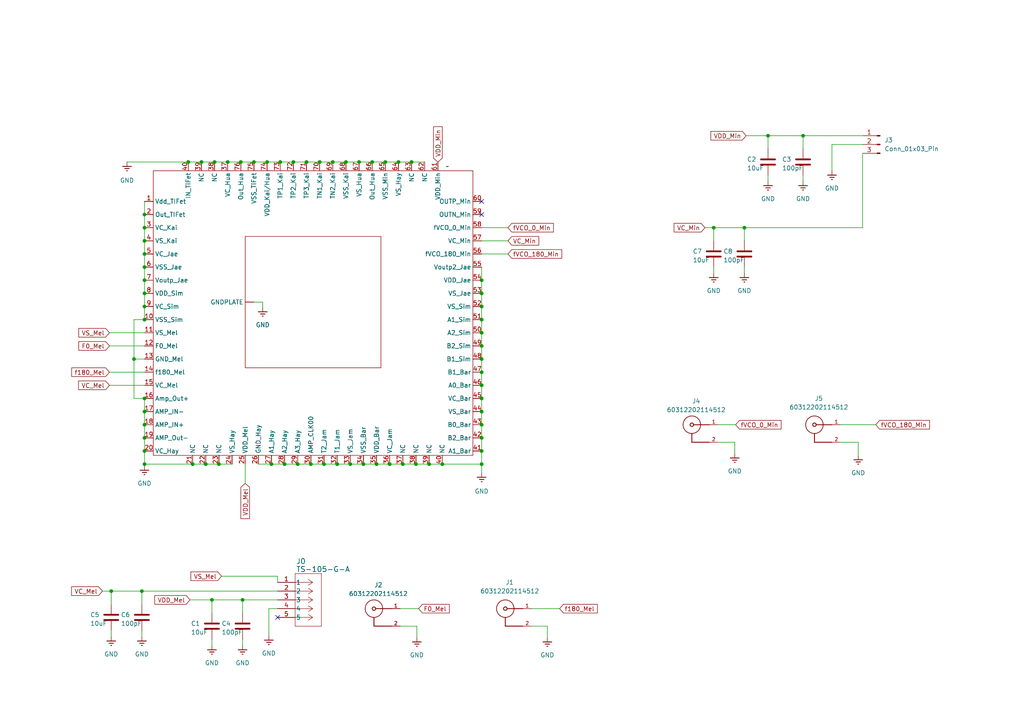
<source format=kicad_sch>
(kicad_sch (version 20231120) (generator "eeschema") (generator_version "8.0")
  (paper "A4")
  (lib_symbols
    (symbol "Connector:Conn_01x03_Pin" (pin_names (offset 1.016) hide)
      (property "Reference" "J" (at 0 5.08 0))
      (property "Value" "Conn_01x03_Pin" (at 0 -5.08 0))
      (symbol "Conn_01x03_Pin_1_1"
        (polyline (pts (xy 1.27 -2.54) (xy 0.8636 -2.54)) (stroke (width 0.1524)))
        (polyline (pts (xy 1.27 0) (xy 0.8636 0)) (stroke (width 0.1524)))
        (polyline (pts (xy 1.27 2.54) (xy 0.8636 2.54)) (stroke (width 0.1524)))
        (rectangle (start 0.8636 -2.413) (end 0 -2.667) (stroke (width 0.1524)) (fill (type outline)))
        (rectangle (start 0.8636 0.127) (end 0 -0.127) (stroke (width 0.1524)) (fill (type outline)))
        (rectangle (start 0.8636 2.667) (end 0 2.413) (stroke (width 0.1524)) (fill (type outline)))
        (pin passive line (at 5.08 2.54 180) (length 3.81) (name "Pin_1") (number "1"))
        (pin passive line (at 5.08 0 180) (length 3.81) (name "Pin_2") (number "2"))
        (pin passive line (at 5.08 -2.54 180) (length 3.81) (name "Pin_3") (number "3"))
      )
    )
    (symbol "Device:C" (pin_numbers hide) (pin_names (offset 0.254))
      (property "Reference" "C" (at 0.635 2.54 0))
      (property "Value" "C" (at 0.635 -2.54 0))
      (symbol "C_0_1"
        (polyline (pts (xy -2.032 -0.762) (xy 2.032 -0.762)) (stroke (width 0.508)))
        (polyline (pts (xy -2.032 0.762) (xy 2.032 0.762)) (stroke (width 0.508)))
      )
      (symbol "C_1_1"
        (pin passive line (at 0 3.81 270) (length 2.794) (name "~") (number "1"))
        (pin passive line (at 0 -3.81 90) (length 2.794) (name "~") (number "2"))
      )
    )
    (symbol "Device_Symbol:GND" (power) (pin_names (offset 0))
      (property "Value" "GND" (at 0 -3.81 0))
      (symbol "GND_0_1"
        (polyline (pts (xy -0.635 -1.905) (xy 0.635 -1.905)) (stroke (width 0.254)))
        (polyline (pts (xy -0.127 -2.54) (xy 0.127 -2.54)) (stroke (width 0.254)))
        (polyline (pts (xy 0 -1.27) (xy 0 0)))
        (polyline (pts (xy 1.27 -1.27) (xy -1.27 -1.27)) (stroke (width 0.254)))
      )
      (symbol "GND_1_1"
        (pin power_in line (at 0 0 270) (length 0) hide (name "GNDREF") (number "1"))
      )
    )
    (symbol "lib:60312202114512" (pin_names (offset 1.016))
      (property "Reference" "J" (at 0 3.556 0))
      (property "Value" "60312202114512" (at 0 -8.128 0))
      (symbol "60312202114512_0_0"
        (polyline (pts (xy 0 -5.08) (xy 5.08 -5.08)) (stroke (width 0.254)))
        (polyline (pts (xy 0 -2.54) (xy 0 -5.08)) (stroke (width 0.254)))
        (polyline (pts (xy 5.08 0) (xy 0.54 0)) (stroke (width 0.254)))
        (circle (center 0 0) (radius 0.5) (stroke (width 0.254)))
        (circle (center 0 0) (radius 2.54) (stroke (width 0.2)))
        (pin passive line (at 7.62 0 180) (length 2.54) (name "~") (number "1"))
        (pin passive line (at 7.62 -5.08 180) (length 2.54) (name "~") (number "2"))
      )
    )
    (symbol "lib:QFN80"
      (property "Reference" "EE599" (at 0 0 0))
      (symbol "QFN80_0_1"
        (rectangle (start -40.64 44.45) (end 52.07 -38.1))
        (rectangle (start -13.97 25.4) (end 25.4 -12.7))
      )
      (symbol "QFN80_1_1"
        (pin input line (at -11.43 6.35 180) (length 2.54) (name "GNDPLATE") (number ""))
        (pin input line (at -43.18 35.56 0) (length 2.54) (name "Vdd_TIFet") (number "1"))
        (pin input line (at -43.18 1.27 0) (length 2.54) (name "VSS_Sim") (number "10"))
        (pin input line (at -43.18 -2.54 0) (length 2.54) (name "VS_Mel") (number "11"))
        (pin input line (at -43.18 -6.35 0) (length 2.54) (name "F0_Mel") (number "12"))
        (pin input line (at -43.18 -10.16 0) (length 2.54) (name "GND_Mel") (number "13"))
        (pin input line (at -43.18 -13.97 0) (length 2.54) (name "f180_Mel") (number "14"))
        (pin input line (at -43.18 -17.78 0) (length 2.54) (name "VC_Mel") (number "15"))
        (pin input line (at -43.18 -21.59 0) (length 2.54) (name "Amp_Out+") (number "16"))
        (pin input line (at -43.18 -25.4 0) (length 2.54) (name "AMP_IN-") (number "17"))
        (pin input line (at -43.18 -29.21 0) (length 2.54) (name "AMP_IN+") (number "18"))
        (pin input line (at -43.18 -33.02 0) (length 2.54) (name "AMP_Out-") (number "19"))
        (pin input line (at -43.18 31.75 0) (length 2.54) (name "Out_TIFet") (number "2"))
        (pin input line (at -43.18 -36.83 0) (length 2.54) (name "VC_Hay") (number "20"))
        (pin input line (at -29.21 -40.64 90) (length 2.54) (name "NC") (number "21"))
        (pin input line (at -25.4 -40.64 90) (length 2.54) (name "NC") (number "22"))
        (pin input line (at -21.59 -40.64 90) (length 2.54) (name "NC") (number "23"))
        (pin input line (at -17.78 -40.64 90) (length 2.54) (name "VS_Hay") (number "24"))
        (pin input line (at -13.97 -40.64 90) (length 2.54) (name "VDD_Mel") (number "25"))
        (pin input line (at -10.16 -40.64 90) (length 2.54) (name "GND_Hay") (number "26"))
        (pin input line (at -6.35 -40.64 90) (length 2.54) (name "A1_Hay") (number "27"))
        (pin input line (at -2.54 -40.64 90) (length 2.54) (name "A2_Hay") (number "28"))
        (pin input line (at 1.27 -40.64 90) (length 2.54) (name "A3_Hay") (number "29"))
        (pin input line (at -43.18 27.94 0) (length 2.54) (name "VC_Kai") (number "3"))
        (pin input line (at 5.08 -40.64 90) (length 2.54) (name "AMP_CLK00") (number "30"))
        (pin input line (at 8.89 -40.64 90) (length 2.54) (name "T2_Jam") (number "31"))
        (pin input line (at 12.7 -40.64 90) (length 2.54) (name "T1_Jam") (number "32"))
        (pin input line (at 16.51 -40.64 90) (length 2.54) (name "VS_Jam") (number "33"))
        (pin input line (at 20.32 -40.64 90) (length 2.54) (name "VSS_Bar") (number "34"))
        (pin input line (at 24.13 -40.64 90) (length 2.54) (name "VDD_Bar") (number "35"))
        (pin input line (at 27.94 -40.64 90) (length 2.54) (name "VC_Jam") (number "36"))
        (pin input line (at 31.75 -40.64 90) (length 2.54) (name "NC") (number "37"))
        (pin input line (at -19.05 46.99 270) (length 2.54) (name "VC_Hua") (number "37"))
        (pin input line (at -22.86 46.99 270) (length 2.54) (name "NC") (number "38"))
        (pin input line (at 35.56 -40.64 90) (length 2.54) (name "NC") (number "38"))
        (pin input line (at -26.67 46.99 270) (length 2.54) (name "NC") (number "39"))
        (pin input line (at 39.37 -40.64 90) (length 2.54) (name "NC") (number "39"))
        (pin input line (at -43.18 24.13 0) (length 2.54) (name "VS_Kai") (number "4"))
        (pin input line (at -30.48 46.99 270) (length 2.54) (name "IN_TiFet") (number "40"))
        (pin input line (at 43.18 -40.64 90) (length 2.54) (name "NC") (number "40"))
        (pin input line (at 54.61 -36.83 180) (length 2.54) (name "A1_Bar") (number "41"))
        (pin input line (at 54.61 -33.02 180) (length 2.54) (name "B2_Bar") (number "42"))
        (pin input line (at 54.61 -29.21 180) (length 2.54) (name "B0_Bar") (number "43"))
        (pin input line (at 54.61 -25.4 180) (length 2.54) (name "VS_Bar") (number "44"))
        (pin input line (at 54.61 -21.59 180) (length 2.54) (name "VC_Bar") (number "45"))
        (pin input line (at 54.61 -17.78 180) (length 2.54) (name "A0_Bar") (number "46"))
        (pin input line (at 54.61 -13.97 180) (length 2.54) (name "B1_Bar") (number "47"))
        (pin input line (at 54.61 -10.16 180) (length 2.54) (name "B1_Sim") (number "48"))
        (pin input line (at 54.61 -6.35 180) (length 2.54) (name "B2_Sim") (number "49"))
        (pin input line (at -43.18 20.32 0) (length 2.54) (name "VC_Jae") (number "5"))
        (pin input line (at 54.61 -2.54 180) (length 2.54) (name "A2_Sim") (number "50"))
        (pin input line (at 54.61 1.27 180) (length 2.54) (name "A1_Sim") (number "51"))
        (pin input line (at 54.61 5.08 180) (length 2.54) (name "VS_Sim") (number "52"))
        (pin input line (at 54.61 8.89 180) (length 2.54) (name "VS_Jae") (number "53"))
        (pin input line (at 54.61 12.7 180) (length 2.54) (name "VDD_Jae") (number "54"))
        (pin input line (at 54.61 16.51 180) (length 2.54) (name "Voutp2_Jae") (number "55"))
        (pin input line (at 54.61 20.32 180) (length 2.54) (name "fVCO_180_Min") (number "56"))
        (pin input line (at 54.61 24.13 180) (length 2.54) (name "VC_Min") (number "57"))
        (pin input line (at 54.61 27.94 180) (length 2.54) (name "fVCO_0_Min") (number "58"))
        (pin input line (at 54.61 31.75 180) (length 2.54) (name "OUTN_Min") (number "59"))
        (pin input line (at -43.18 16.51 0) (length 2.54) (name "VSS_Jae") (number "6"))
        (pin input line (at 54.61 35.56 180) (length 2.54) (name "OUTP_Min") (number "60"))
        (pin input line (at 41.91 46.99 270) (length 2.54) (name "VDD_Min") (number "61"))
        (pin input line (at 38.1 46.99 270) (length 2.54) (name "NC") (number "62"))
        (pin input line (at 34.29 46.99 270) (length 2.54) (name "NC") (number "63"))
        (pin input line (at 30.48 46.99 270) (length 2.54) (name "VS_Hay") (number "64"))
        (pin input line (at 26.67 46.99 270) (length 2.54) (name "VSS_Min") (number "65"))
        (pin input line (at 22.86 46.99 270) (length 2.54) (name "Out_Hua") (number "66"))
        (pin input line (at 19.05 46.99 270) (length 2.54) (name "VS_Hua") (number "67"))
        (pin input line (at 15.24 46.99 270) (length 2.54) (name "VSS_Kai") (number "68"))
        (pin input line (at 11.43 46.99 270) (length 2.54) (name "TN2_Kai") (number "69"))
        (pin input line (at -43.18 12.7 0) (length 2.54) (name "Voutp_Jae") (number "7"))
        (pin input line (at 7.62 46.99 270) (length 2.54) (name "TN1_Kai") (number "70"))
        (pin input line (at 3.81 46.99 270) (length 2.54) (name "TP3_Kai") (number "71"))
        (pin input line (at 0 46.99 270) (length 2.54) (name "TP2_Kai") (number "72"))
        (pin input line (at -3.81 46.99 270) (length 2.54) (name "TP1_Kai") (number "73"))
        (pin input line (at -7.62 46.99 270) (length 2.54) (name "VDD_Kai/Hua") (number "74"))
        (pin input line (at -11.43 46.99 270) (length 2.54) (name "VSS_TiFet") (number "75"))
        (pin input line (at -15.24 46.99 270) (length 2.54) (name "Out_Hua") (number "76"))
        (pin input line (at -43.18 8.89 0) (length 2.54) (name "VDD_Sim") (number "8"))
        (pin input line (at -43.18 5.08 0) (length 2.54) (name "VC_Sim") (number "9"))
      )
    )
    (symbol "lib:TS-105-G-A" (pin_names (offset 0.254))
      (property "Reference" "J" (at 8.89 6.35 0))
      (property "Value" "TS-105-G-A" (at 0 0 0))
      (symbol "TS-105-G-A_1_1"
        (polyline (pts (xy 5.08 -12.7) (xy 12.7 -12.7)) (stroke (width 0.127)))
        (polyline (pts (xy 5.08 2.54) (xy 5.08 -12.7)) (stroke (width 0.127)))
        (polyline (pts (xy 10.16 -10.16) (xy 5.08 -10.16)) (stroke (width 0.127)))
        (polyline (pts (xy 10.16 -10.16) (xy 8.89 -11.0067)) (stroke (width 0.127)))
        (polyline (pts (xy 10.16 -10.16) (xy 8.89 -9.3133)) (stroke (width 0.127)))
        (polyline (pts (xy 10.16 -7.62) (xy 5.08 -7.62)) (stroke (width 0.127)))
        (polyline (pts (xy 10.16 -7.62) (xy 8.89 -8.4667)) (stroke (width 0.127)))
        (polyline (pts (xy 10.16 -7.62) (xy 8.89 -6.7733)) (stroke (width 0.127)))
        (polyline (pts (xy 10.16 -5.08) (xy 5.08 -5.08)) (stroke (width 0.127)))
        (polyline (pts (xy 10.16 -5.08) (xy 8.89 -5.9267)) (stroke (width 0.127)))
        (polyline (pts (xy 10.16 -5.08) (xy 8.89 -4.2333)) (stroke (width 0.127)))
        (polyline (pts (xy 10.16 -2.54) (xy 5.08 -2.54)) (stroke (width 0.127)))
        (polyline (pts (xy 10.16 -2.54) (xy 8.89 -3.3867)) (stroke (width 0.127)))
        (polyline (pts (xy 10.16 -2.54) (xy 8.89 -1.6933)) (stroke (width 0.127)))
        (polyline (pts (xy 10.16 0) (xy 5.08 0)) (stroke (width 0.127)))
        (polyline (pts (xy 10.16 0) (xy 8.89 -0.8467)) (stroke (width 0.127)))
        (polyline (pts (xy 10.16 0) (xy 8.89 0.8467)) (stroke (width 0.127)))
        (polyline (pts (xy 12.7 -12.7) (xy 12.7 2.54)) (stroke (width 0.127)))
        (polyline (pts (xy 12.7 2.54) (xy 5.08 2.54)) (stroke (width 0.127)))
        (pin unspecified line (at 0 0 0) (length 5.08) (name "1") (number "1"))
        (pin unspecified line (at 0 -2.54 0) (length 5.08) (name "2") (number "2"))
        (pin unspecified line (at 0 -5.08 0) (length 5.08) (name "3") (number "3"))
        (pin unspecified line (at 0 -7.62 0) (length 5.08) (name "4") (number "4"))
        (pin unspecified line (at 0 -10.16 0) (length 5.08) (name "5") (number "5"))
      )
      (symbol "TS-105-G-A_1_2"
        (polyline (pts (xy 5.08 -12.7) (xy 12.7 -12.7)) (stroke (width 0.127)))
        (polyline (pts (xy 5.08 2.54) (xy 5.08 -12.7)) (stroke (width 0.127)))
        (polyline (pts (xy 7.62 -10.16) (xy 5.08 -10.16)) (stroke (width 0.127)))
        (polyline (pts (xy 7.62 -10.16) (xy 8.89 -11.0067)) (stroke (width 0.127)))
        (polyline (pts (xy 7.62 -10.16) (xy 8.89 -9.3133)) (stroke (width 0.127)))
        (polyline (pts (xy 7.62 -7.62) (xy 5.08 -7.62)) (stroke (width 0.127)))
        (polyline (pts (xy 7.62 -7.62) (xy 8.89 -8.4667)) (stroke (width 0.127)))
        (polyline (pts (xy 7.62 -7.62) (xy 8.89 -6.7733)) (stroke (width 0.127)))
        (polyline (pts (xy 7.62 -5.08) (xy 5.08 -5.08)) (stroke (width 0.127)))
        (polyline (pts (xy 7.62 -5.08) (xy 8.89 -5.9267)) (stroke (width 0.127)))
        (polyline (pts (xy 7.62 -5.08) (xy 8.89 -4.2333)) (stroke (width 0.127)))
        (polyline (pts (xy 7.62 -2.54) (xy 5.08 -2.54)) (stroke (width 0.127)))
        (polyline (pts (xy 7.62 -2.54) (xy 8.89 -3.3867)) (stroke (width 0.127)))
        (polyline (pts (xy 7.62 -2.54) (xy 8.89 -1.6933)) (stroke (width 0.127)))
        (polyline (pts (xy 7.62 0) (xy 5.08 0)) (stroke (width 0.127)))
        (polyline (pts (xy 7.62 0) (xy 8.89 -0.8467)) (stroke (width 0.127)))
        (polyline (pts (xy 7.62 0) (xy 8.89 0.8467)) (stroke (width 0.127)))
        (polyline (pts (xy 12.7 -12.7) (xy 12.7 2.54)) (stroke (width 0.127)))
        (polyline (pts (xy 12.7 2.54) (xy 5.08 2.54)) (stroke (width 0.127)))
        (pin unspecified line (at 0 0 0) (length 5.08) (name "1") (number "1"))
        (pin unspecified line (at 0 -2.54 0) (length 5.08) (name "2") (number "2"))
        (pin unspecified line (at 0 -5.08 0) (length 5.08) (name "3") (number "3"))
        (pin unspecified line (at 0 -7.62 0) (length 5.08) (name "4") (number "4"))
        (pin unspecified line (at 0 -10.16 0) (length 5.08) (name "5") (number "5"))
      )
    )
  )
  (junction (at 139.7 134.62))
  (junction (at 128.27 134.62))
  (junction (at 100.33 46.99))
  (junction (at 139.7 115.57))
  (junction (at 115.57 46.99))
  (junction (at 58.42 46.99))
  (junction (at 92.71 46.99))
  (junction (at 41.91 81.28))
  (junction (at 61.468 173.99))
  (junction (at 222.758 39.37))
  (junction (at 113.03 134.62))
  (junction (at 41.91 85.09))
  (junction (at 69.85 46.99))
  (junction (at 139.7 96.52))
  (junction (at 41.91 134.62))
  (junction (at 116.84 134.62))
  (junction (at 41.91 73.66))
  (junction (at 93.98 134.62))
  (junction (at 70.358 173.99))
  (junction (at 41.91 66.04))
  (junction (at 59.69 134.62))
  (junction (at 41.91 123.19))
  (junction (at 32.258 171.45))
  (junction (at 139.7 119.38))
  (junction (at 82.55 134.62))
  (junction (at 109.22 134.62))
  (junction (at 41.91 77.47))
  (junction (at 38.862 104.14))
  (junction (at 41.91 130.81))
  (junction (at 81.28 46.99))
  (junction (at 139.7 88.9))
  (junction (at 66.04 46.99))
  (junction (at 86.36 134.62))
  (junction (at 62.23 46.99))
  (junction (at 41.91 92.71))
  (junction (at 41.91 119.38))
  (junction (at 119.38 46.99))
  (junction (at 77.47 46.99))
  (junction (at 88.9 46.99))
  (junction (at 215.9 66.04))
  (junction (at 63.5 134.62))
  (junction (at 139.7 123.19))
  (junction (at 139.7 111.76))
  (junction (at 97.79 134.62))
  (junction (at 78.74 134.62))
  (junction (at 207.01 66.04))
  (junction (at 105.41 134.62))
  (junction (at 139.7 81.28))
  (junction (at 124.46 134.62))
  (junction (at 139.7 107.95))
  (junction (at 107.95 46.99))
  (junction (at 139.7 104.14))
  (junction (at 139.7 92.71))
  (junction (at 41.91 62.23))
  (junction (at 41.91 115.57))
  (junction (at 54.61 46.99))
  (junction (at 55.88 134.62))
  (junction (at 73.66 46.99))
  (junction (at 85.09 46.99))
  (junction (at 96.52 46.99))
  (junction (at 90.17 134.62))
  (junction (at 41.91 69.85))
  (junction (at 41.91 127))
  (junction (at 139.7 127))
  (junction (at 139.7 85.09))
  (junction (at 139.7 100.33))
  (junction (at 101.6 134.62))
  (junction (at 120.65 134.62))
  (junction (at 41.91 88.9))
  (junction (at 232.918 39.37))
  (junction (at 139.7 130.81))
  (junction (at 111.76 46.99))
  (junction (at 104.14 46.99))
  (junction (at 41.148 171.45))
  (no_connect (at 80.518 179.07))
  (no_connect (at 139.7 58.42))
  (no_connect (at 139.7 62.23))
  (wire (pts (xy 41.91 134.62) (xy 55.88 134.62)))
  (wire (pts (xy 88.9 46.99) (xy 92.71 46.99)))
  (wire (pts (xy 41.148 171.45) (xy 41.148 175.26)))
  (wire (pts (xy 63.5 134.62) (xy 59.69 134.62)))
  (wire (pts (xy 207.01 77.47) (xy 207.01 79.248)))
  (wire (pts (xy 41.91 127) (xy 41.91 130.81)))
  (wire (pts (xy 139.7 96.52) (xy 139.7 100.33)))
  (wire (pts (xy 120.65 134.62) (xy 116.84 134.62)))
  (wire (pts (xy 139.7 92.71) (xy 139.7 96.52)))
  (wire (pts (xy 61.468 185.42) (xy 61.468 187.198)))
  (wire (pts (xy 31.75 100.33) (xy 41.91 100.33)))
  (wire (pts (xy 128.27 134.62) (xy 139.7 134.62)))
  (wire (pts (xy 31.75 107.95) (xy 41.91 107.95)))
  (wire (pts (xy 120.904 181.61) (xy 120.904 184.912)))
  (wire (pts (xy 41.91 77.47) (xy 41.91 81.28)))
  (wire (pts (xy 139.7 81.28) (xy 139.7 85.09)))
  (wire (pts (xy 158.75 181.61) (xy 158.75 184.912)))
  (wire (pts (xy 139.7 107.95) (xy 139.7 111.76)))
  (wire (pts (xy 69.85 46.99) (xy 73.66 46.99)))
  (wire (pts (xy 113.03 134.62) (xy 109.22 134.62)))
  (wire (pts (xy 109.22 134.62) (xy 105.41 134.62)))
  (wire (pts (xy 77.47 46.99) (xy 81.28 46.99)))
  (wire (pts (xy 62.23 46.99) (xy 66.04 46.99)))
  (wire (pts (xy 232.918 50.8) (xy 232.918 52.578)))
  (wire (pts (xy 243.84 123.19) (xy 254 123.19)))
  (wire (pts (xy 70.358 185.42) (xy 70.358 187.198)))
  (wire (pts (xy 215.9 66.04) (xy 250.19 66.04)))
  (wire (pts (xy 139.7 134.62) (xy 139.7 130.81)))
  (wire (pts (xy 124.46 134.62) (xy 120.65 134.62)))
  (wire (pts (xy 115.57 46.99) (xy 119.38 46.99)))
  (wire (pts (xy 208.28 123.19) (xy 213.36 123.19)))
  (wire (pts (xy 31.75 96.52) (xy 41.91 96.52)))
  (wire (pts (xy 139.7 85.09) (xy 139.7 88.9)))
  (wire (pts (xy 85.09 46.99) (xy 88.9 46.99)))
  (wire (pts (xy 208.28 128.27) (xy 213.106 128.27)))
  (wire (pts (xy 41.91 119.38) (xy 41.91 123.19)))
  (wire (pts (xy 41.91 104.14) (xy 38.862 104.14)))
  (wire (pts (xy 116.078 176.53) (xy 121.412 176.53)))
  (wire (pts (xy 248.92 128.27) (xy 248.92 132.08)))
  (wire (pts (xy 139.7 77.47) (xy 139.7 81.28)))
  (wire (pts (xy 107.95 46.99) (xy 111.76 46.99)))
  (wire (pts (xy 139.7 111.76) (xy 139.7 115.57)))
  (wire (pts (xy 128.27 134.62) (xy 124.46 134.62)))
  (wire (pts (xy 243.84 128.27) (xy 248.92 128.27)))
  (wire (pts (xy 101.6 134.62) (xy 97.79 134.62)))
  (wire (pts (xy 32.258 182.88) (xy 32.258 184.658)))
  (wire (pts (xy 86.36 134.62) (xy 82.55 134.62)))
  (wire (pts (xy 41.148 171.45) (xy 80.518 171.45)))
  (wire (pts (xy 41.91 130.81) (xy 41.91 134.62)))
  (wire (pts (xy 222.758 50.8) (xy 222.758 52.578)))
  (wire (pts (xy 61.468 173.99) (xy 70.358 173.99)))
  (wire (pts (xy 29.718 171.45) (xy 32.258 171.45)))
  (wire (pts (xy 111.76 46.99) (xy 115.57 46.99)))
  (wire (pts (xy 154.178 181.61) (xy 158.75 181.61)))
  (wire (pts (xy 41.91 85.09) (xy 41.91 88.9)))
  (wire (pts (xy 105.41 134.62) (xy 101.6 134.62)))
  (wire (pts (xy 139.7 119.38) (xy 139.7 123.19)))
  (wire (pts (xy 119.38 46.99) (xy 123.19 46.99)))
  (wire (pts (xy 71.12 140.208) (xy 71.12 134.62)))
  (wire (pts (xy 36.83 46.99) (xy 54.61 46.99)))
  (wire (pts (xy 207.01 66.04) (xy 215.9 66.04)))
  (wire (pts (xy 55.118 173.99) (xy 61.468 173.99)))
  (wire (pts (xy 38.862 92.71) (xy 38.862 104.14)))
  (wire (pts (xy 215.9 66.04) (xy 215.9 69.85)))
  (wire (pts (xy 41.91 123.19) (xy 41.91 127)))
  (wire (pts (xy 139.7 104.14) (xy 139.7 107.95)))
  (wire (pts (xy 41.91 81.28) (xy 41.91 85.09)))
  (wire (pts (xy 139.7 115.57) (xy 139.7 119.38)))
  (wire (pts (xy 222.758 39.37) (xy 232.918 39.37)))
  (wire (pts (xy 204.47 66.04) (xy 207.01 66.04)))
  (wire (pts (xy 147.32 73.66) (xy 139.7 73.66)))
  (wire (pts (xy 38.862 115.57) (xy 41.91 115.57)))
  (wire (pts (xy 241.3 41.91) (xy 241.3 49.53)))
  (wire (pts (xy 139.7 127) (xy 139.7 130.81)))
  (wire (pts (xy 116.078 181.61) (xy 120.904 181.61)))
  (wire (pts (xy 241.3 41.91) (xy 250.19 41.91)))
  (wire (pts (xy 78.74 134.62) (xy 74.93 134.62)))
  (wire (pts (xy 31.75 111.76) (xy 41.91 111.76)))
  (wire (pts (xy 104.14 46.99) (xy 107.95 46.99)))
  (wire (pts (xy 32.258 171.45) (xy 32.258 175.26)))
  (wire (pts (xy 232.918 39.37) (xy 232.918 43.18)))
  (wire (pts (xy 82.55 134.62) (xy 78.74 134.62)))
  (wire (pts (xy 73.66 46.99) (xy 77.47 46.99)))
  (wire (pts (xy 41.91 69.85) (xy 41.91 73.66)))
  (wire (pts (xy 64.262 167.132) (xy 80.518 167.132)))
  (wire (pts (xy 38.862 104.14) (xy 38.862 115.57)))
  (wire (pts (xy 32.258 171.45) (xy 41.148 171.45)))
  (wire (pts (xy 80.518 176.53) (xy 77.978 176.53)))
  (wire (pts (xy 96.52 46.99) (xy 100.33 46.99)))
  (wire (pts (xy 41.148 182.88) (xy 41.148 184.658)))
  (wire (pts (xy 216.408 39.37) (xy 222.758 39.37)))
  (wire (pts (xy 154.178 176.53) (xy 162.306 176.53)))
  (wire (pts (xy 41.91 92.71) (xy 38.862 92.71)))
  (wire (pts (xy 70.358 173.99) (xy 80.518 173.99)))
  (wire (pts (xy 250.19 66.04) (xy 250.19 44.45)))
  (wire (pts (xy 139.7 69.85) (xy 147.32 69.85)))
  (wire (pts (xy 147.32 66.04) (xy 139.7 66.04)))
  (wire (pts (xy 90.17 134.62) (xy 86.36 134.62)))
  (wire (pts (xy 207.01 66.04) (xy 207.01 69.85)))
  (wire (pts (xy 97.79 134.62) (xy 93.98 134.62)))
  (wire (pts (xy 41.91 66.04) (xy 41.91 69.85)))
  (wire (pts (xy 41.91 115.57) (xy 41.91 119.38)))
  (wire (pts (xy 41.91 73.66) (xy 41.91 77.47)))
  (wire (pts (xy 139.7 123.19) (xy 139.7 127)))
  (wire (pts (xy 70.358 173.99) (xy 70.358 177.8)))
  (wire (pts (xy 41.91 88.9) (xy 41.91 92.71)))
  (wire (pts (xy 100.33 46.99) (xy 104.14 46.99)))
  (wire (pts (xy 41.91 58.42) (xy 41.91 62.23)))
  (wire (pts (xy 55.88 134.62) (xy 59.69 134.62)))
  (wire (pts (xy 232.918 39.37) (xy 250.19 39.37)))
  (wire (pts (xy 93.98 134.62) (xy 90.17 134.62)))
  (wire (pts (xy 58.42 46.99) (xy 62.23 46.99)))
  (wire (pts (xy 41.91 62.23) (xy 41.91 66.04)))
  (wire (pts (xy 139.7 100.33) (xy 139.7 104.14)))
  (wire (pts (xy 54.61 46.99) (xy 58.42 46.99)))
  (wire (pts (xy 222.758 39.37) (xy 222.758 43.18)))
  (wire (pts (xy 139.7 134.62) (xy 139.7 137.16)))
  (wire (pts (xy 76.2 87.63) (xy 76.2 89.154)))
  (wire (pts (xy 213.106 128.27) (xy 213.106 131.572)))
  (wire (pts (xy 92.71 46.99) (xy 96.52 46.99)))
  (wire (pts (xy 81.28 46.99) (xy 85.09 46.99)))
  (wire (pts (xy 139.7 88.9) (xy 139.7 92.71)))
  (wire (pts (xy 61.468 173.99) (xy 61.468 177.8)))
  (wire (pts (xy 116.84 134.62) (xy 113.03 134.62)))
  (wire (pts (xy 41.91 134.62) (xy 41.91 135.128)))
  (wire (pts (xy 215.9 77.47) (xy 215.9 79.248)))
  (wire (pts (xy 66.04 46.99) (xy 69.85 46.99)))
  (wire (pts (xy 73.66 87.63) (xy 76.2 87.63)))
  (wire (pts (xy 77.978 176.53) (xy 77.978 184.404)))
  (wire (pts (xy 80.518 167.132) (xy 80.518 168.91)))
  (wire (pts (xy 67.31 134.62) (xy 63.5 134.62)))
  (global_label "VS_Mel" (shape input) (at 31.75 96.52 180) (property "Intersheetrefs" "${INTERSHEET_REFS}" (effects (hide yes))))
  (global_label "VDD_Mel" (shape input) (at 55.118 173.99 180) (property "Intersheetrefs" "${INTERSHEET_REFS}" (effects (hide yes))))
  (global_label "VC_Min" (shape input) (at 204.47 66.04 180) (property "Intersheetrefs" "${INTERSHEET_REFS}" (effects (hide yes))))
  (global_label "F0_Mel" (shape input) (at 31.75 100.33 180) (property "Intersheetrefs" "${INTERSHEET_REFS}" (effects (hide yes))))
  (global_label "VDD_Mel" (shape input) (at 71.12 140.208 270) (property "Intersheetrefs" "${INTERSHEET_REFS}" (effects (hide yes))))
  (global_label "f180_Mel" (shape input) (at 162.306 176.53 0) (property "Intersheetrefs" "${INTERSHEET_REFS}" (effects (hide yes))))
  (global_label "f180_Mel" (shape input) (at 31.75 107.95 180) (property "Intersheetrefs" "${INTERSHEET_REFS}" (effects (hide yes))))
  (global_label "fVCO_0_Min" (shape input) (at 147.32 66.04 0) (property "Intersheetrefs" "${INTERSHEET_REFS}" (effects (hide yes))))
  (global_label "fVCO_180_Min" (shape input) (at 147.32 73.66 0) (property "Intersheetrefs" "${INTERSHEET_REFS}" (effects (hide yes))))
  (global_label "VC_Mel" (shape input) (at 31.75 111.76 180) (property "Intersheetrefs" "${INTERSHEET_REFS}" (effects (hide yes))))
  (global_label "VS_Mel" (shape input) (at 64.262 167.132 180) (property "Intersheetrefs" "${INTERSHEET_REFS}" (effects (hide yes))))
  (global_label "fVCO_0_Min" (shape input) (at 213.36 123.19 0) (property "Intersheetrefs" "${INTERSHEET_REFS}" (effects (hide yes))))
  (global_label "VC_Min" (shape input) (at 147.32 69.85 0) (property "Intersheetrefs" "${INTERSHEET_REFS}" (effects (hide yes))))
  (global_label "VDD_Min" (shape input) (at 216.408 39.37 180) (property "Intersheetrefs" "${INTERSHEET_REFS}" (effects (hide yes))))
  (global_label "F0_Mel" (shape input) (at 121.412 176.53 0) (property "Intersheetrefs" "${INTERSHEET_REFS}" (effects (hide yes))))
  (global_label "VDD_Min" (shape input) (at 127 46.99 90) (property "Intersheetrefs" "${INTERSHEET_REFS}" (effects (hide yes))))
  (global_label "fVCO_180_Min" (shape input) (at 254 123.19 0) (property "Intersheetrefs" "${INTERSHEET_REFS}" (effects (hide yes))))
  (global_label "VC_Mel" (shape input) (at 29.718 171.45 180) (property "Intersheetrefs" "${INTERSHEET_REFS}" (effects (hide yes))))
  (symbol (lib_id "Device_Symbol:GND") (at 158.75 184.912 0) (unit 1)
    (property "Reference" "#PWR05" (effects (hide yes)))
    (property "Value" "GND" (at 158.75 189.992 0))
    (property "Description" "GND symbol" (effects (hide yes)))
  )
  (symbol (lib_id "Device:C") (at 207.01 73.66 0) (unit 1)
    (property "Reference" "C7" (at 200.914 72.898 0) (effects (justify left)))
    (property "Value" "10uF" (at 200.914 75.438 0) (effects (justify left)))
    (property "Footprint" "Capacitor_SMD:C_0603_1608Metric" (effects (hide yes)))
    (property "Description" "Unpolarized capacitor" (effects (hide yes)))
  )
  (symbol (lib_id "lib:TS-105-G-A") (at 80.518 168.91 0) (unit 1)
    (property "Reference" "J0" (at 85.852 162.814 0) (effects (font (size 1.524 1.524)) (justify left)))
    (property "Value" "TS-105-G-A" (at 85.852 165.1 0) (effects (font (size 1.524 1.524)) (justify left)))
    (property "Footprint" "CON5_1X5_TU_HTS_SAI" (effects (hide yes)))
    (property "Datasheet" "TS-105-G-A" (effects (hide yes)))
  )
  (symbol (lib_id "Connector:Conn_01x03_Pin") (at 255.27 41.91 0) (mirror y) (unit 1)
    (property "Reference" "J3" (at 256.54 40.6399 0) (effects (justify right)))
    (property "Value" "Conn_01x03_Pin" (at 256.54 43.1799 0) (effects (justify right)))
    (property "Footprint" "Connector_PinHeader_2.54mm:PinHeader_1x03_P2.54mm_Vertical" (effects (hide yes)))
    (property "Description" "Generic connector, single row, 01x03, script generated" (effects (hide yes)))
  )
  (symbol (lib_id "Device_Symbol:GND") (at 41.91 135.128 0) (unit 1)
    (property "Reference" "#PWR02" (effects (hide yes)))
    (property "Value" "GND" (at 41.91 140.208 0))
    (property "Description" "GND symbol" (effects (hide yes)))
  )
  (symbol (lib_id "Device_Symbol:GND") (at 215.9 79.248 0) (unit 1)
    (property "Reference" "#PWR018" (effects (hide yes)))
    (property "Value" "GND" (at 215.9 84.328 0))
    (property "Description" "GND symbol" (effects (hide yes)))
  )
  (symbol (lib_id "Device_Symbol:GND") (at 70.358 187.198 0) (unit 1)
    (property "Reference" "#PWR014" (effects (hide yes)))
    (property "Value" "GND" (at 70.358 192.278 0))
    (property "Description" "GND symbol" (effects (hide yes)))
  )
  (symbol (lib_id "Device_Symbol:GND") (at 139.7 137.16 0) (unit 1)
    (property "Reference" "#PWR01" (effects (hide yes)))
    (property "Value" "GND" (at 139.7 142.494 0))
    (property "Description" "GND symbol" (effects (hide yes)))
  )
  (symbol (lib_id "Device:C") (at 222.758 46.99 0) (unit 1)
    (property "Reference" "C2" (at 216.662 46.228 0) (effects (justify left)))
    (property "Value" "10uF" (at 216.662 48.768 0) (effects (justify left)))
    (property "Footprint" "Capacitor_SMD:C_0603_1608Metric" (effects (hide yes)))
    (property "Description" "Unpolarized capacitor" (effects (hide yes)))
  )
  (symbol (lib_id "lib:QFN80") (at 85.09 93.98 0) (unit 1)
    (property "Reference" "EE1" (effects (hide yes)))
    (property "Value" "~" (at 129.1941 48.26 0) (effects (justify left)))
    (property "Footprint" "foot:QFN50P1100X1100X90-81N" (effects (hide yes)))
  )
  (symbol (lib_id "Device_Symbol:GND") (at 120.904 184.912 0) (unit 1)
    (property "Reference" "#PWR04" (effects (hide yes)))
    (property "Value" "GND" (at 120.904 189.992 0))
    (property "Description" "GND symbol" (effects (hide yes)))
  )
  (symbol (lib_id "Device_Symbol:GND") (at 76.2 89.154 0) (unit 1)
    (property "Reference" "#PWR012" (effects (hide yes)))
    (property "Value" "GND" (at 76.2 94.234 0))
    (property "Description" "GND symbol" (effects (hide yes)))
  )
  (symbol (lib_id "Device:C") (at 232.918 46.99 0) (unit 1)
    (property "Reference" "C3" (at 226.822 46.228 0) (effects (justify left)))
    (property "Value" "100pF" (at 226.822 48.768 0) (effects (justify left)))
    (property "Footprint" "Capacitor_SMD:C_0603_1608Metric" (effects (hide yes)))
    (property "Description" "Unpolarized capacitor" (effects (hide yes)))
  )
  (symbol (lib_id "Device_Symbol:GND") (at 222.758 52.578 0) (unit 1)
    (property "Reference" "#PWR010" (effects (hide yes)))
    (property "Value" "GND" (at 222.758 57.658 0))
    (property "Description" "GND symbol" (effects (hide yes)))
  )
  (symbol (lib_id "Device:C") (at 215.9 73.66 0) (unit 1)
    (property "Reference" "C8" (at 209.804 72.898 0) (effects (justify left)))
    (property "Value" "100pF" (at 209.804 75.438 0) (effects (justify left)))
    (property "Footprint" "Capacitor_SMD:C_0603_1608Metric" (effects (hide yes)))
    (property "Description" "Unpolarized capacitor" (effects (hide yes)))
  )
  (symbol (lib_id "Device_Symbol:GND") (at 36.83 46.99 0) (unit 1)
    (property "Reference" "#PWR011" (effects (hide yes)))
    (property "Value" "GND" (at 36.83 52.324 0))
    (property "Description" "GND symbol" (effects (hide yes)))
  )
  (symbol (lib_id "Device_Symbol:GND") (at 77.978 184.404 0) (unit 1)
    (property "Reference" "#PWR06" (effects (hide yes)))
    (property "Value" "GND" (at 77.978 189.484 0))
    (property "Description" "GND symbol" (effects (hide yes)))
  )
  (symbol (lib_id "lib:60312202114512") (at 236.22 123.19 0) (unit 1)
    (property "Reference" "J5" (at 237.5035 115.57 0))
    (property "Value" "60312202114512" (at 237.5035 118.11 0))
    (property "Footprint" "60312202114512:60312202114512" (effects (hide yes)))
  )
  (symbol (lib_id "Device_Symbol:GND") (at 248.92 132.08 0) (unit 1)
    (property "Reference" "#PWR09" (effects (hide yes)))
    (property "Value" "GND" (at 248.92 137.16 0))
    (property "Description" "GND symbol" (effects (hide yes)))
  )
  (symbol (lib_id "Device_Symbol:GND") (at 232.918 52.578 0) (unit 1)
    (property "Reference" "#PWR013" (effects (hide yes)))
    (property "Value" "GND" (at 232.918 57.658 0))
    (property "Description" "GND symbol" (effects (hide yes)))
  )
  (symbol (lib_id "Device_Symbol:GND") (at 241.3 49.53 0) (unit 1)
    (property "Reference" "#PWR03" (effects (hide yes)))
    (property "Value" "GND" (at 241.3 54.61 0))
    (property "Description" "GND symbol" (effects (hide yes)))
  )
  (symbol (lib_id "Device:C") (at 70.358 181.61 0) (unit 1)
    (property "Reference" "C4" (at 64.262 180.848 0) (effects (justify left)))
    (property "Value" "100pF" (at 64.262 183.388 0) (effects (justify left)))
    (property "Footprint" "Capacitor_SMD:C_0603_1608Metric" (effects (hide yes)))
    (property "Description" "Unpolarized capacitor" (effects (hide yes)))
  )
  (symbol (lib_id "Device:C") (at 61.468 181.61 0) (unit 1)
    (property "Reference" "C1" (at 55.372 180.848 0) (effects (justify left)))
    (property "Value" "10uF" (at 55.372 183.388 0) (effects (justify left)))
    (property "Footprint" "Capacitor_SMD:C_0603_1608Metric" (effects (hide yes)))
    (property "Description" "Unpolarized capacitor" (effects (hide yes)))
  )
  (symbol (lib_id "lib:60312202114512") (at 108.458 176.53 0) (unit 1)
    (property "Reference" "J2" (at 109.7415 169.672 0))
    (property "Value" "60312202114512" (at 109.7415 172.212 0))
    (property "Footprint" "60312202114512:60312202114512" (effects (hide yes)))
  )
  (symbol (lib_id "Device_Symbol:GND") (at 41.148 184.658 0) (unit 1)
    (property "Reference" "#PWR016" (effects (hide yes)))
    (property "Value" "GND" (at 41.148 189.738 0))
    (property "Description" "GND symbol" (effects (hide yes)))
  )
  (symbol (lib_id "lib:60312202114512") (at 200.66 123.19 0) (unit 1)
    (property "Reference" "J4" (at 201.9435 116.332 0))
    (property "Value" "60312202114512" (at 201.9435 118.872 0))
    (property "Footprint" "60312202114512:60312202114512" (effects (hide yes)))
  )
  (symbol (lib_id "Device_Symbol:GND") (at 213.106 131.572 0) (unit 1)
    (property "Reference" "#PWR08" (effects (hide yes)))
    (property "Value" "GND" (at 213.106 136.652 0))
    (property "Description" "GND symbol" (effects (hide yes)))
  )
  (symbol (lib_id "Device:C") (at 41.148 179.07 0) (unit 1)
    (property "Reference" "C6" (at 35.052 178.308 0) (effects (justify left)))
    (property "Value" "100pF" (at 35.052 180.848 0) (effects (justify left)))
    (property "Footprint" "Capacitor_SMD:C_0603_1608Metric" (effects (hide yes)))
    (property "Description" "Unpolarized capacitor" (effects (hide yes)))
  )
  (symbol (lib_id "Device_Symbol:GND") (at 207.01 79.248 0) (unit 1)
    (property "Reference" "#PWR017" (effects (hide yes)))
    (property "Value" "GND" (at 207.01 84.328 0))
    (property "Description" "GND symbol" (effects (hide yes)))
  )
  (symbol (lib_id "Device_Symbol:GND") (at 61.468 187.198 0) (unit 1)
    (property "Reference" "#PWR07" (effects (hide yes)))
    (property "Value" "GND" (at 61.468 192.278 0))
    (property "Description" "GND symbol" (effects (hide yes)))
  )
  (symbol (lib_id "lib:60312202114512") (at 146.558 176.53 0) (unit 1)
    (property "Reference" "J1" (at 147.8415 168.91 0))
    (property "Value" "60312202114512" (at 147.8415 171.45 0))
    (property "Footprint" "60312202114512:60312202114512" (effects (hide yes)))
  )
  (symbol (lib_id "Device:C") (at 32.258 179.07 0) (unit 1)
    (property "Reference" "C5" (at 26.162 178.308 0) (effects (justify left)))
    (property "Value" "10uF" (at 26.162 180.848 0) (effects (justify left)))
    (property "Footprint" "Capacitor_SMD:C_0603_1608Metric" (effects (hide yes)))
    (property "Description" "Unpolarized capacitor" (effects (hide yes)))
  )
  (symbol (lib_id "Device_Symbol:GND") (at 32.258 184.658 0) (unit 1)
    (property "Reference" "#PWR015" (effects (hide yes)))
    (property "Value" "GND" (at 32.258 189.738 0))
    (property "Description" "GND symbol" (effects (hide yes)))
  )
)
</source>
